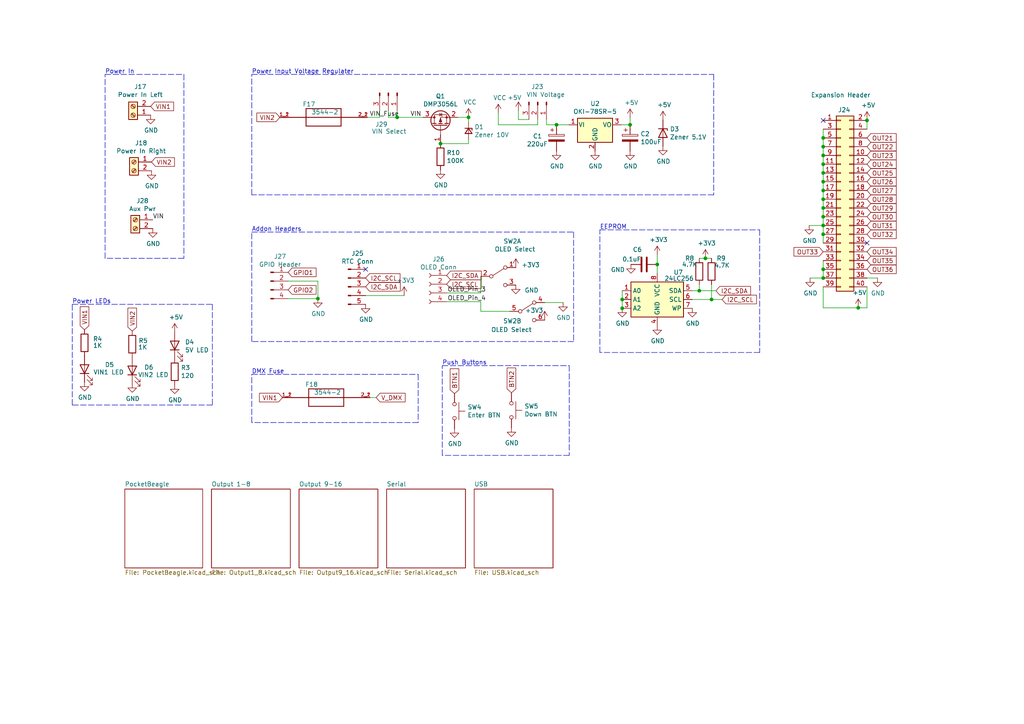
<source format=kicad_sch>
(kicad_sch (version 20211123) (generator eeschema)
  (paper "A4")
  (title_block (title "PB 16") (date "2020-08-11") (rev "v2") (company "Scott Hanson"))
  (lib_symbols
    (symbol "Connector:Conn_01x03_Male" (pin_names (offset 1.016) hide)
      (property "Reference" "J" (at 0 5.08 0))
      (property "Value" "Conn_01x03_Male" (at 0 -5.08 0))
      (symbol "Conn_01x03_Male_1_1"
        (polyline (pts (xy 1.27 -2.54) (xy 0.8636 -2.54)) (stroke (width 0.1524)))
        (polyline (pts (xy 1.27 0) (xy 0.8636 0)) (stroke (width 0.1524)))
        (polyline (pts (xy 1.27 2.54) (xy 0.8636 2.54)) (stroke (width 0.1524)))
        (rectangle (start 0.8636 -2.413) (end 0 -2.667) (stroke (width 0.1524)) (fill (type outline)))
        (rectangle (start 0.8636 0.127) (end 0 -0.127) (stroke (width 0.1524)) (fill (type outline)))
        (rectangle (start 0.8636 2.667) (end 0 2.413) (stroke (width 0.1524)) (fill (type outline)))
        (pin passive line (at 5.08 2.54 180) (length 3.81) (name "Pin_1") (number "1"))
        (pin passive line (at 5.08 0 180) (length 3.81) (name "Pin_2") (number "2"))
        (pin passive line (at 5.08 -2.54 180) (length 3.81) (name "Pin_3") (number "3"))
      )
    )
    (symbol "Connector:Conn_01x04_Female" (pin_names (offset 1.016) hide)
      (property "Reference" "J" (at 0 5.08 0))
      (property "Value" "Conn_01x04_Female" (at 0 -7.62 0))
      (symbol "Conn_01x04_Female_1_1"
        (arc (start 0 -4.572) (mid -0.508 -5.08) (end 0 -5.588) (stroke (width 0.1524)))
        (arc (start 0 -2.032) (mid -0.508 -2.54) (end 0 -3.048) (stroke (width 0.1524)))
        (polyline (pts (xy -1.27 -5.08) (xy -0.508 -5.08)) (stroke (width 0.1524)))
        (polyline (pts (xy -1.27 -2.54) (xy -0.508 -2.54)) (stroke (width 0.1524)))
        (polyline (pts (xy -1.27 0) (xy -0.508 0)) (stroke (width 0.1524)))
        (polyline (pts (xy -1.27 2.54) (xy -0.508 2.54)) (stroke (width 0.1524)))
        (arc (start 0 0.508) (mid -0.508 0) (end 0 -0.508) (stroke (width 0.1524)))
        (arc (start 0 3.048) (mid -0.508 2.54) (end 0 2.032) (stroke (width 0.1524)))
        (pin passive line (at -5.08 2.54 0) (length 3.81) (name "Pin_1") (number "1"))
        (pin passive line (at -5.08 0 0) (length 3.81) (name "Pin_2") (number "2"))
        (pin passive line (at -5.08 -2.54 0) (length 3.81) (name "Pin_3") (number "3"))
        (pin passive line (at -5.08 -5.08 0) (length 3.81) (name "Pin_4") (number "4"))
      )
    )
    (symbol "Connector:Conn_01x04_Male" (pin_names (offset 1.016) hide)
      (property "Reference" "J" (at 0 5.08 0))
      (property "Value" "Conn_01x04_Male" (at 0 -7.62 0))
      (symbol "Conn_01x04_Male_1_1"
        (polyline (pts (xy 1.27 -5.08) (xy 0.8636 -5.08)) (stroke (width 0.1524)))
        (polyline (pts (xy 1.27 -2.54) (xy 0.8636 -2.54)) (stroke (width 0.1524)))
        (polyline (pts (xy 1.27 0) (xy 0.8636 0)) (stroke (width 0.1524)))
        (polyline (pts (xy 1.27 2.54) (xy 0.8636 2.54)) (stroke (width 0.1524)))
        (rectangle (start 0.8636 -4.953) (end 0 -5.207) (stroke (width 0.1524)) (fill (type outline)))
        (rectangle (start 0.8636 -2.413) (end 0 -2.667) (stroke (width 0.1524)) (fill (type outline)))
        (rectangle (start 0.8636 0.127) (end 0 -0.127) (stroke (width 0.1524)) (fill (type outline)))
        (rectangle (start 0.8636 2.667) (end 0 2.413) (stroke (width 0.1524)) (fill (type outline)))
        (pin passive line (at 5.08 2.54 180) (length 3.81) (name "Pin_1") (number "1"))
        (pin passive line (at 5.08 0 180) (length 3.81) (name "Pin_2") (number "2"))
        (pin passive line (at 5.08 -2.54 180) (length 3.81) (name "Pin_3") (number "3"))
        (pin passive line (at 5.08 -5.08 180) (length 3.81) (name "Pin_4") (number "4"))
      )
    )
    (symbol "Connector:Conn_01x05_Male" (pin_names (offset 1.016) hide)
      (property "Reference" "J" (at 0 7.62 0))
      (property "Value" "Conn_01x05_Male" (at 0 -7.62 0))
      (symbol "Conn_01x05_Male_1_1"
        (polyline (pts (xy 1.27 -5.08) (xy 0.8636 -5.08)) (stroke (width 0.1524)))
        (polyline (pts (xy 1.27 -2.54) (xy 0.8636 -2.54)) (stroke (width 0.1524)))
        (polyline (pts (xy 1.27 0) (xy 0.8636 0)) (stroke (width 0.1524)))
        (polyline (pts (xy 1.27 2.54) (xy 0.8636 2.54)) (stroke (width 0.1524)))
        (polyline (pts (xy 1.27 5.08) (xy 0.8636 5.08)) (stroke (width 0.1524)))
        (rectangle (start 0.8636 -4.953) (end 0 -5.207) (stroke (width 0.1524)) (fill (type outline)))
        (rectangle (start 0.8636 -2.413) (end 0 -2.667) (stroke (width 0.1524)) (fill (type outline)))
        (rectangle (start 0.8636 0.127) (end 0 -0.127) (stroke (width 0.1524)) (fill (type outline)))
        (rectangle (start 0.8636 2.667) (end 0 2.413) (stroke (width 0.1524)) (fill (type outline)))
        (rectangle (start 0.8636 5.207) (end 0 4.953) (stroke (width 0.1524)) (fill (type outline)))
        (pin passive line (at 5.08 5.08 180) (length 3.81) (name "Pin_1") (number "1"))
        (pin passive line (at 5.08 2.54 180) (length 3.81) (name "Pin_2") (number "2"))
        (pin passive line (at 5.08 0 180) (length 3.81) (name "Pin_3") (number "3"))
        (pin passive line (at 5.08 -2.54 180) (length 3.81) (name "Pin_4") (number "4"))
        (pin passive line (at 5.08 -5.08 180) (length 3.81) (name "Pin_5") (number "5"))
      )
    )
    (symbol "Connector:Screw_Terminal_01x02" (pin_names (offset 1.016) hide)
      (property "Reference" "J" (at 0 2.54 0))
      (property "Value" "Screw_Terminal_01x02" (at 0 -5.08 0))
      (symbol "Screw_Terminal_01x02_1_1"
        (rectangle (start -1.27 1.27) (end 1.27 -3.81) (stroke (width 0.254)) (fill (type background)))
        (circle (center 0 -2.54) (radius 0.635) (stroke (width 0.1524)))
        (polyline (pts (xy -0.5334 -2.2098) (xy 0.3302 -3.048)) (stroke (width 0.1524)))
        (polyline (pts (xy -0.5334 0.3302) (xy 0.3302 -0.508)) (stroke (width 0.1524)))
        (polyline (pts (xy -0.3556 -2.032) (xy 0.508 -2.8702)) (stroke (width 0.1524)))
        (polyline (pts (xy -0.3556 0.508) (xy 0.508 -0.3302)) (stroke (width 0.1524)))
        (circle (center 0 0) (radius 0.635) (stroke (width 0.1524)))
        (pin passive line (at -5.08 0 0) (length 3.81) (name "Pin_1") (number "1"))
        (pin passive line (at -5.08 -2.54 0) (length 3.81) (name "Pin_2") (number "2"))
      )
    )
    (symbol "Connector_Generic:Conn_02x20_Odd_Even" (pin_names (offset 1.016) hide)
      (property "Reference" "J" (at 1.27 25.4 0))
      (property "Value" "Conn_02x20_Odd_Even" (at 1.27 -27.94 0))
      (symbol "Conn_02x20_Odd_Even_1_1"
        (rectangle (start -1.27 -25.273) (end 0 -25.527) (stroke (width 0.1524)))
        (rectangle (start -1.27 -22.733) (end 0 -22.987) (stroke (width 0.1524)))
        (rectangle (start -1.27 -20.193) (end 0 -20.447) (stroke (width 0.1524)))
        (rectangle (start -1.27 -17.653) (end 0 -17.907) (stroke (width 0.1524)))
        (rectangle (start -1.27 -15.113) (end 0 -15.367) (stroke (width 0.1524)))
        (rectangle (start -1.27 -12.573) (end 0 -12.827) (stroke (width 0.1524)))
        (rectangle (start -1.27 -10.033) (end 0 -10.287) (stroke (width 0.1524)))
        (rectangle (start -1.27 -7.493) (end 0 -7.747) (stroke (width 0.1524)))
        (rectangle (start -1.27 -4.953) (end 0 -5.207) (stroke (width 0.1524)))
        (rectangle (start -1.27 -2.413) (end 0 -2.667) (stroke (width 0.1524)))
        (rectangle (start -1.27 0.127) (end 0 -0.127) (stroke (width 0.1524)))
        (rectangle (start -1.27 2.667) (end 0 2.413) (stroke (width 0.1524)))
        (rectangle (start -1.27 5.207) (end 0 4.953) (stroke (width 0.1524)))
        (rectangle (start -1.27 7.747) (end 0 7.493) (stroke (width 0.1524)))
        (rectangle (start -1.27 10.287) (end 0 10.033) (stroke (width 0.1524)))
        (rectangle (start -1.27 12.827) (end 0 12.573) (stroke (width 0.1524)))
        (rectangle (start -1.27 15.367) (end 0 15.113) (stroke (width 0.1524)))
        (rectangle (start -1.27 17.907) (end 0 17.653) (stroke (width 0.1524)))
        (rectangle (start -1.27 20.447) (end 0 20.193) (stroke (width 0.1524)))
        (rectangle (start -1.27 22.987) (end 0 22.733) (stroke (width 0.1524)))
        (rectangle (start -1.27 24.13) (end 3.81 -26.67) (stroke (width 0.254)) (fill (type background)))
        (rectangle (start 3.81 -25.273) (end 2.54 -25.527) (stroke (width 0.1524)))
        (rectangle (start 3.81 -22.733) (end 2.54 -22.987) (stroke (width 0.1524)))
        (rectangle (start 3.81 -20.193) (end 2.54 -20.447) (stroke (width 0.1524)))
        (rectangle (start 3.81 -17.653) (end 2.54 -17.907) (stroke (width 0.1524)))
        (rectangle (start 3.81 -15.113) (end 2.54 -15.367) (stroke (width 0.1524)))
        (rectangle (start 3.81 -12.573) (end 2.54 -12.827) (stroke (width 0.1524)))
        (rectangle (start 3.81 -10.033) (end 2.54 -10.287) (stroke (width 0.1524)))
        (rectangle (start 3.81 -7.493) (end 2.54 -7.747) (stroke (width 0.1524)))
        (rectangle (start 3.81 -4.953) (end 2.54 -5.207) (stroke (width 0.1524)))
        (rectangle (start 3.81 -2.413) (end 2.54 -2.667) (stroke (width 0.1524)))
        (rectangle (start 3.81 0.127) (end 2.54 -0.127) (stroke (width 0.1524)))
        (rectangle (start 3.81 2.667) (end 2.54 2.413) (stroke (width 0.1524)))
        (rectangle (start 3.81 5.207) (end 2.54 4.953) (stroke (width 0.1524)))
        (rectangle (start 3.81 7.747) (end 2.54 7.493) (stroke (width 0.1524)))
        (rectangle (start 3.81 10.287) (end 2.54 10.033) (stroke (width 0.1524)))
        (rectangle (start 3.81 12.827) (end 2.54 12.573) (stroke (width 0.1524)))
        (rectangle (start 3.81 15.367) (end 2.54 15.113) (stroke (width 0.1524)))
        (rectangle (start 3.81 17.907) (end 2.54 17.653) (stroke (width 0.1524)))
        (rectangle (start 3.81 20.447) (end 2.54 20.193) (stroke (width 0.1524)))
        (rectangle (start 3.81 22.987) (end 2.54 22.733) (stroke (width 0.1524)))
        (pin passive line (at -5.08 22.86 0) (length 3.81) (name "Pin_1") (number "1"))
        (pin passive line (at 7.62 12.7 180) (length 3.81) (name "Pin_10") (number "10"))
        (pin passive line (at -5.08 10.16 0) (length 3.81) (name "Pin_11") (number "11"))
        (pin passive line (at 7.62 10.16 180) (length 3.81) (name "Pin_12") (number "12"))
        (pin passive line (at -5.08 7.62 0) (length 3.81) (name "Pin_13") (number "13"))
        (pin passive line (at 7.62 7.62 180) (length 3.81) (name "Pin_14") (number "14"))
        (pin passive line (at -5.08 5.08 0) (length 3.81) (name "Pin_15") (number "15"))
        (pin passive line (at 7.62 5.08 180) (length 3.81) (name "Pin_16") (number "16"))
        (pin passive line (at -5.08 2.54 0) (length 3.81) (name "Pin_17") (number "17"))
        (pin passive line (at 7.62 2.54 180) (length 3.81) (name "Pin_18") (number "18"))
        (pin passive line (at -5.08 0 0) (length 3.81) (name "Pin_19") (number "19"))
        (pin passive line (at 7.62 22.86 180) (length 3.81) (name "Pin_2") (number "2"))
        (pin passive line (at 7.62 0 180) (length 3.81) (name "Pin_20") (number "20"))
        (pin passive line (at -5.08 -2.54 0) (length 3.81) (name "Pin_21") (number "21"))
        (pin passive line (at 7.62 -2.54 180) (length 3.81) (name "Pin_22") (number "22"))
        (pin passive line (at -5.08 -5.08 0) (length 3.81) (name "Pin_23") (number "23"))
        (pin passive line (at 7.62 -5.08 180) (length 3.81) (name "Pin_24") (number "24"))
        (pin passive line (at -5.08 -7.62 0) (length 3.81) (name "Pin_25") (number "25"))
        (pin passive line (at 7.62 -7.62 180) (length 3.81) (name "Pin_26") (number "26"))
        (pin passive line (at -5.08 -10.16 0) (length 3.81) (name "Pin_27") (number "27"))
        (pin passive line (at 7.62 -10.16 180) (length 3.81) (name "Pin_28") (number "28"))
        (pin passive line (at -5.08 -12.7 0) (length 3.81) (name "Pin_29") (number "29"))
        (pin passive line (at -5.08 20.32 0) (length 3.81) (name "Pin_3") (number "3"))
        (pin passive line (at 7.62 -12.7 180) (length 3.81) (name "Pin_30") (number "30"))
        (pin passive line (at -5.08 -15.24 0) (length 3.81) (name "Pin_31") (number "31"))
        (pin passive line (at 7.62 -15.24 180) (length 3.81) (name "Pin_32") (number "32"))
        (pin passive line (at -5.08 -17.78 0) (length 3.81) (name "Pin_33") (number "33"))
        (pin passive line (at 7.62 -17.78 180) (length 3.81) (name "Pin_34") (number "34"))
        (pin passive line (at -5.08 -20.32 0) (length 3.81) (name "Pin_35") (number "35"))
        (pin passive line (at 7.62 -20.32 180) (length 3.81) (name "Pin_36") (number "36"))
        (pin passive line (at -5.08 -22.86 0) (length 3.81) (name "Pin_37") (number "37"))
        (pin passive line (at 7.62 -22.86 180) (length 3.81) (name "Pin_38") (number "38"))
        (pin passive line (at -5.08 -25.4 0) (length 3.81) (name "Pin_39") (number "39"))
        (pin passive line (at 7.62 20.32 180) (length 3.81) (name "Pin_4") (number "4"))
        (pin passive line (at 7.62 -25.4 180) (length 3.81) (name "Pin_40") (number "40"))
        (pin passive line (at -5.08 17.78 0) (length 3.81) (name "Pin_5") (number "5"))
        (pin passive line (at 7.62 17.78 180) (length 3.81) (name "Pin_6") (number "6"))
        (pin passive line (at -5.08 15.24 0) (length 3.81) (name "Pin_7") (number "7"))
        (pin passive line (at 7.62 15.24 180) (length 3.81) (name "Pin_8") (number "8"))
        (pin passive line (at -5.08 12.7 0) (length 3.81) (name "Pin_9") (number "9"))
      )
    )
    (symbol "Device:C" (pin_numbers hide) (pin_names (offset 0.254))
      (property "Reference" "C" (at 0.635 2.54 0))
      (property "Value" "C" (at 0.635 -2.54 0))
      (symbol "C_0_1"
        (polyline (pts (xy -2.032 -0.762) (xy 2.032 -0.762)) (stroke (width 0.508)))
        (polyline (pts (xy -2.032 0.762) (xy 2.032 0.762)) (stroke (width 0.508)))
      )
      (symbol "C_1_1"
        (pin passive line (at 0 3.81 270) (length 2.794) (name "~") (number "1"))
        (pin passive line (at 0 -3.81 90) (length 2.794) (name "~") (number "2"))
      )
    )
    (symbol "Device:D_Zener" (pin_numbers hide) (pin_names (offset 1.016) hide)
      (property "Reference" "D" (at 0 2.54 0))
      (property "Value" "D_Zener" (at 0 -2.54 0))
      (symbol "D_Zener_0_1"
        (polyline (pts (xy 1.27 0) (xy -1.27 0)))
        (polyline (pts (xy -1.27 -1.27) (xy -1.27 1.27) (xy -0.762 1.27)) (stroke (width 0.254)))
        (polyline (pts (xy 1.27 -1.27) (xy 1.27 1.27) (xy -1.27 0) (xy 1.27 -1.27)) (stroke (width 0.254)))
      )
      (symbol "D_Zener_1_1"
        (pin passive line (at -3.81 0 0) (length 2.54) (name "K") (number "1"))
        (pin passive line (at 3.81 0 180) (length 2.54) (name "A") (number "2"))
      )
    )
    (symbol "Device:D_Zener_Small" (pin_numbers hide) (pin_names (offset 0.254) hide)
      (property "Reference" "D" (at 0 2.286 0))
      (property "Value" "D_Zener_Small" (at 0 -2.286 0))
      (symbol "D_Zener_Small_0_1"
        (polyline (pts (xy 0.762 0) (xy -0.762 0)))
        (polyline (pts (xy -0.254 1.016) (xy -0.762 1.016) (xy -0.762 -1.016)) (stroke (width 0.254)))
        (polyline (pts (xy 0.762 1.016) (xy -0.762 0) (xy 0.762 -1.016) (xy 0.762 1.016)) (stroke (width 0.254)))
      )
      (symbol "D_Zener_Small_1_1"
        (pin passive line (at -2.54 0 0) (length 1.778) (name "K") (number "1"))
        (pin passive line (at 2.54 0 180) (length 1.778) (name "A") (number "2"))
      )
    )
    (symbol "Device:LED" (pin_numbers hide) (pin_names (offset 1.016) hide)
      (property "Reference" "D" (at 0 2.54 0))
      (property "Value" "LED" (at 0 -2.54 0))
      (symbol "LED_0_1"
        (polyline (pts (xy -1.27 -1.27) (xy -1.27 1.27)) (stroke (width 0.254)))
        (polyline (pts (xy -1.27 0) (xy 1.27 0)))
        (polyline (pts (xy 1.27 -1.27) (xy 1.27 1.27) (xy -1.27 0) (xy 1.27 -1.27)) (stroke (width 0.254)))
        (polyline (pts (xy -3.048 -0.762) (xy -4.572 -2.286) (xy -3.81 -2.286) (xy -4.572 -2.286) (xy -4.572 -1.524)))
        (polyline (pts (xy -1.778 -0.762) (xy -3.302 -2.286) (xy -2.54 -2.286) (xy -3.302 -2.286) (xy -3.302 -1.524)))
      )
      (symbol "LED_1_1"
        (pin passive line (at -3.81 0 0) (length 2.54) (name "K") (number "1"))
        (pin passive line (at 3.81 0 180) (length 2.54) (name "A") (number "2"))
      )
    )
    (symbol "Device:Q_PMOS_GSD" (pin_names (offset 0) hide)
      (property "Reference" "Q" (at 5.08 1.27 0))
      (property "Value" "Q_PMOS_GSD" (at 5.08 -1.27 0))
      (symbol "Q_PMOS_GSD_0_1"
        (polyline (pts (xy 0.254 0) (xy -2.54 0)))
        (polyline (pts (xy 0.254 1.905) (xy 0.254 -1.905)) (stroke (width 0.254)))
        (polyline (pts (xy 0.762 -1.27) (xy 0.762 -2.286)) (stroke (width 0.254)))
        (polyline (pts (xy 0.762 0.508) (xy 0.762 -0.508)) (stroke (width 0.254)))
        (polyline (pts (xy 0.762 2.286) (xy 0.762 1.27)) (stroke (width 0.254)))
        (polyline (pts (xy 2.54 2.54) (xy 2.54 1.778)))
        (polyline (pts (xy 2.54 -2.54) (xy 2.54 0) (xy 0.762 0)))
        (polyline (pts (xy 0.762 1.778) (xy 3.302 1.778) (xy 3.302 -1.778) (xy 0.762 -1.778)))
        (polyline (pts (xy 2.286 0) (xy 1.27 0.381) (xy 1.27 -0.381) (xy 2.286 0)) (fill (type outline)))
        (polyline (pts (xy 2.794 -0.508) (xy 2.921 -0.381) (xy 3.683 -0.381) (xy 3.81 -0.254)))
        (polyline (pts (xy 3.302 -0.381) (xy 2.921 0.254) (xy 3.683 0.254) (xy 3.302 -0.381)))
        (circle (center 1.651 0) (radius 2.794) (stroke (width 0.254)))
        (circle (center 2.54 -1.778) (radius 0.254) (fill (type outline)))
        (circle (center 2.54 1.778) (radius 0.254) (fill (type outline)))
      )
      (symbol "Q_PMOS_GSD_1_1"
        (pin input line (at -5.08 0 0) (length 2.54) (name "G") (number "1"))
        (pin passive line (at 2.54 -5.08 90) (length 2.54) (name "S") (number "2"))
        (pin passive line (at 2.54 5.08 270) (length 2.54) (name "D") (number "3"))
      )
    )
    (symbol "Device:R" (pin_numbers hide) (pin_names (offset 0))
      (property "Reference" "R" (at 2.032 0 90))
      (property "Value" "R" (at 0 0 90))
      (symbol "R_0_1"
        (rectangle (start -1.016 -2.54) (end 1.016 2.54) (stroke (width 0.254)))
      )
      (symbol "R_1_1"
        (pin passive line (at 0 3.81 270) (length 1.27) (name "~") (number "1"))
        (pin passive line (at 0 -3.81 90) (length 1.27) (name "~") (number "2"))
      )
    )
    (symbol "Memory_EEPROM:24LC256"
      (property "Reference" "U" (at -6.35 6.35 0))
      (property "Value" "24LC256" (at 1.27 6.35 0))
      (symbol "24LC256_1_1"
        (rectangle (start -7.62 5.08) (end 7.62 -5.08) (stroke (width 0.254)) (fill (type background)))
        (pin input line (at -10.16 2.54 0) (length 2.54) (name "A0") (number "1"))
        (pin input line (at -10.16 0 0) (length 2.54) (name "A1") (number "2"))
        (pin input line (at -10.16 -2.54 0) (length 2.54) (name "A2") (number "3"))
        (pin power_in line (at 0 -7.62 90) (length 2.54) (name "GND") (number "4"))
        (pin bidirectional line (at 10.16 2.54 180) (length 2.54) (name "SDA") (number "5"))
        (pin input line (at 10.16 0 180) (length 2.54) (name "SCL") (number "6"))
        (pin input line (at 10.16 -2.54 180) (length 2.54) (name "WP") (number "7"))
        (pin power_in line (at 0 7.62 270) (length 2.54) (name "VCC") (number "8"))
      )
    )
    (symbol "PB_16-rescue:3544-2-Keystone_Fuse" (pin_names (offset 1.016) hide)
      (property "Reference" "F" (at -5.08 3.302 0))
      (property "Value" "3544-2-Keystone_Fuse" (at -5.08 -5.08 0))
      (symbol "3544-2-Keystone_Fuse_0_0"
        (polyline (pts (xy -12.7 0) (xy 12.7 0)) (stroke (width 0.254)))
        (polyline (pts (xy -5.08 -2.54) (xy -5.08 2.54)) (stroke (width 0.254)))
        (polyline (pts (xy -5.08 2.54) (xy 5.08 2.54)) (stroke (width 0.254)))
        (polyline (pts (xy 5.08 -2.54) (xy -5.08 -2.54)) (stroke (width 0.254)))
        (polyline (pts (xy 5.08 2.54) (xy 5.08 -2.54)) (stroke (width 0.254)))
        (pin passive line (at -12.7 0 0) (length 2.54) (name "1") (number "1_1"))
        (pin passive line (at -12.7 0 0) (length 2.54) (name "1") (number "1_2"))
        (pin passive line (at 12.7 0 180) (length 2.54) (name "2") (number "2_1"))
        (pin passive line (at 12.7 0 180) (length 2.54) (name "2") (number "2_2"))
      )
    )
    (symbol "PB_16-rescue:CP-Device" (pin_numbers hide) (pin_names (offset 0.254))
      (property "Reference" "C" (at 0.635 2.54 0))
      (property "Value" "CP-Device" (at 0.635 -2.54 0))
      (symbol "CP-Device_0_1"
        (rectangle (start -2.286 0.508) (end 2.286 1.016))
        (polyline (pts (xy -1.778 2.286) (xy -0.762 2.286)))
        (polyline (pts (xy -1.27 2.794) (xy -1.27 1.778)))
        (rectangle (start 2.286 -0.508) (end -2.286 -1.016) (fill (type outline)))
      )
      (symbol "CP-Device_1_1"
        (pin passive line (at 0 3.81 270) (length 2.794) (name "~") (number "1"))
        (pin passive line (at 0 -3.81 90) (length 2.794) (name "~") (number "2"))
      )
    )
    (symbol "Regulator_Linear:LM7805_TO220" (pin_names (offset 0.254))
      (property "Reference" "U" (at -3.81 3.175 0))
      (property "Value" "LM7805_TO220" (at 0 3.175 0))
      (symbol "LM7805_TO220_0_1"
        (rectangle (start -5.08 1.905) (end 5.08 -5.08) (stroke (width 0.254)) (fill (type background)))
      )
      (symbol "LM7805_TO220_1_1"
        (pin power_in line (at -7.62 0 0) (length 2.54) (name "VI") (number "1"))
        (pin power_in line (at 0 -7.62 90) (length 2.54) (name "GND") (number "2"))
        (pin power_out line (at 7.62 0 180) (length 2.54) (name "VO") (number "3"))
      )
    )
    (symbol "Switch:SW_DPDT_x2" (pin_names (offset 0) hide)
      (property "Reference" "SW" (at 0 4.318 0))
      (property "Value" "SW_DPDT_x2" (at 0 -5.08 0))
      (symbol "SW_DPDT_x2_0_0"
        (circle (center -2.032 0) (radius 0.508))
        (circle (center 2.032 -2.54) (radius 0.508))
      )
      (symbol "SW_DPDT_x2_0_1"
        (polyline (pts (xy -1.524 0.254) (xy 1.651 2.286)))
        (circle (center 2.032 2.54) (radius 0.508))
      )
      (symbol "SW_DPDT_x2_1_1"
        (pin passive line (at 5.08 2.54 180) (length 2.54) (name "A") (number "1"))
        (pin passive line (at -5.08 0 0) (length 2.54) (name "B") (number "2"))
        (pin passive line (at 5.08 -2.54 180) (length 2.54) (name "C") (number "3"))
      )
      (symbol "SW_DPDT_x2_2_1"
        (pin passive line (at 5.08 2.54 180) (length 2.54) (name "A") (number "4"))
        (pin passive line (at -5.08 0 0) (length 2.54) (name "B") (number "5"))
        (pin passive line (at 5.08 -2.54 180) (length 2.54) (name "C") (number "6"))
      )
    )
    (symbol "Switch:SW_Push" (pin_numbers hide) (pin_names (offset 1.016) hide)
      (property "Reference" "SW" (at 1.27 2.54 0))
      (property "Value" "SW_Push" (at 0 -1.524 0))
      (symbol "SW_Push_0_1"
        (circle (center -2.032 0) (radius 0.508))
        (polyline (pts (xy 0 1.27) (xy 0 3.048)))
        (polyline (pts (xy 2.54 1.27) (xy -2.54 1.27)))
        (circle (center 2.032 0) (radius 0.508))
        (pin passive line (at -5.08 0 0) (length 2.54) (name "1") (number "1"))
        (pin passive line (at 5.08 0 180) (length 2.54) (name "2") (number "2"))
      )
    )
    (symbol "power:+3.3V" (power) (pin_names (offset 0))
      (property "Value" "+3.3V" (at 0 3.556 0))
      (symbol "+3.3V_0_1"
        (polyline (pts (xy -0.762 1.27) (xy 0 2.54)))
        (polyline (pts (xy 0 0) (xy 0 2.54)))
        (polyline (pts (xy 0 2.54) (xy 0.762 1.27)))
      )
      (symbol "+3.3V_1_1"
        (pin power_in line (at 0 0 90) (length 0) hide (name "+3V3") (number "1"))
      )
    )
    (symbol "power:+5V" (power) (pin_names (offset 0))
      (property "Value" "+5V" (at 0 3.556 0))
      (symbol "+5V_0_1"
        (polyline (pts (xy -0.762 1.27) (xy 0 2.54)))
        (polyline (pts (xy 0 0) (xy 0 2.54)))
        (polyline (pts (xy 0 2.54) (xy 0.762 1.27)))
      )
      (symbol "+5V_1_1"
        (pin power_in line (at 0 0 90) (length 0) hide (name "+5V") (number "1"))
      )
    )
    (symbol "power:GND" (power) (pin_names (offset 0))
      (property "Value" "GND" (at 0 -3.81 0))
      (symbol "GND_0_1"
        (polyline (pts (xy 0 0) (xy 0 -1.27) (xy 1.27 -1.27) (xy 0 -2.54) (xy -1.27 -1.27) (xy 0 -1.27)))
      )
      (symbol "GND_1_1"
        (pin power_in line (at 0 0 270) (length 0) hide (name "GND") (number "1"))
      )
    )
    (symbol "power:VCC" (power) (pin_names (offset 0))
      (property "Value" "VCC" (at 0 3.81 0))
      (symbol "VCC_0_1"
        (polyline (pts (xy -0.762 1.27) (xy 0 2.54)))
        (polyline (pts (xy 0 0) (xy 0 2.54)))
        (polyline (pts (xy 0 2.54) (xy 0.762 1.27)))
      )
      (symbol "VCC_1_1"
        (pin power_in line (at 0 0 90) (length 0) hide (name "VCC") (number "1"))
      )
    )
  )
  (junction (at 161.417 36.195))
  (junction (at 238.76 52.705))
  (junction (at 135.89 34.036))
  (junction (at 238.76 40.005))
  (junction (at 206.375 86.868))
  (junction (at 238.76 80.645))
  (junction (at 238.76 42.545))
  (junction (at 204.597 74.93))
  (junction (at 238.76 65.405))
  (junction (at 180.467 89.408))
  (junction (at 238.76 67.945))
  (junction (at 238.76 50.165))
  (junction (at 190.627 76.708))
  (junction (at 238.76 55.245))
  (junction (at 238.76 60.325))
  (junction (at 202.819 84.328))
  (junction (at 238.76 47.625))
  (junction (at 238.76 62.865))
  (junction (at 238.76 57.785))
  (junction (at 238.76 45.085))
  (junction (at 92.202 86.614))
  (junction (at 248.92 89.281))
  (junction (at 182.753 36.195))
  (junction (at 238.76 78.105))
  (junction (at 251.46 34.925))
  (junction (at 180.467 86.868))
  (junction (at 115.189 34.036))
  (junction (at 127.762 41.656))
  (no_connect (at 106.045 78.105))
  (no_connect (at 238.76 34.925))
  (no_connect (at 251.46 70.485))
  (wire (pts (xy 180.467 84.328) (xy 180.467 86.868)))
  (polyline (pts (xy 165.1 106.045) (xy 165.1 132.08)))
  (wire (pts (xy 139.446 87.503) (xy 139.446 90.297)))
  (wire (pts (xy 206.375 86.868) (xy 200.787 86.868)))
  (wire (pts (xy 147.828 90.297) (xy 139.446 90.297)))
  (wire (pts (xy 144.526 36.195) (xy 144.526 32.766)))
  (wire (pts (xy 150.368 34.671) (xy 153.416 34.671)))
  (wire (pts (xy 238.76 60.325) (xy 238.76 62.865)))
  (wire (pts (xy 206.375 82.55) (xy 206.375 86.868)))
  (wire (pts (xy 180.467 86.868) (xy 180.467 89.408)))
  (wire (pts (xy 251.46 83.185) (xy 251.46 89.281)))
  (wire (pts (xy 238.76 62.865) (xy 238.76 65.405)))
  (wire (pts (xy 238.76 45.085) (xy 238.76 47.625)))
  (polyline (pts (xy 30.48 21.59) (xy 53.34 21.59)))
  (wire (pts (xy 238.76 83.185) (xy 238.76 89.281)))
  (polyline (pts (xy 173.99 102.235) (xy 173.99 66.675)))
  (wire (pts (xy 209.423 86.868) (xy 206.375 86.868)))
  (wire (pts (xy 135.89 40.513) (xy 135.89 41.656)))
  (wire (pts (xy 129.54 84.963) (xy 139.446 84.963)))
  (wire (pts (xy 251.46 80.645) (xy 254.508 80.645)))
  (polyline (pts (xy 165.1 132.08) (xy 128.27 132.08)))
  (polyline (pts (xy 173.99 66.675) (xy 220.345 66.675)))
  (polyline (pts (xy 220.345 66.675) (xy 220.345 102.235)))
  (wire (pts (xy 155.956 34.671) (xy 155.956 36.195)))
  (polyline (pts (xy 73.025 99.06) (xy 73.025 67.31)))
  (wire (pts (xy 238.76 50.165) (xy 238.76 52.705)))
  (polyline (pts (xy 73.025 67.31) (xy 166.37 67.31)))
  (wire (pts (xy 238.76 52.705) (xy 238.76 55.245)))
  (wire (pts (xy 115.189 34.036) (xy 122.682 34.036)))
  (wire (pts (xy 182.753 36.195) (xy 182.753 34.163)))
  (wire (pts (xy 92.202 86.614) (xy 83.566 86.614)))
  (wire (pts (xy 83.566 81.534) (xy 92.202 81.534)))
  (wire (pts (xy 132.842 34.036) (xy 135.89 34.036)))
  (polyline (pts (xy 61.595 88.265) (xy 61.595 117.475)))
  (polyline (pts (xy 73.025 21.59) (xy 207.01 21.59)))
  (wire (pts (xy 202.819 82.55) (xy 202.819 84.328)))
  (wire (pts (xy 238.76 47.625) (xy 238.76 50.165)))
  (polyline (pts (xy 207.01 56.515) (xy 73.025 56.515)))
  (polyline (pts (xy 207.01 21.59) (xy 207.01 56.515)))
  (wire (pts (xy 190.627 73.914) (xy 190.627 76.708)))
  (wire (pts (xy 202.819 84.328) (xy 207.645 84.328)))
  (wire (pts (xy 238.76 75.565) (xy 238.76 78.105)))
  (wire (pts (xy 238.76 37.465) (xy 238.76 40.005)))
  (wire (pts (xy 135.89 41.656) (xy 127.762 41.656)))
  (polyline (pts (xy 73.025 108.585) (xy 121.285 108.585)))
  (polyline (pts (xy 61.595 117.475) (xy 20.955 117.475)))
  (wire (pts (xy 135.89 34.036) (xy 135.89 35.433)))
  (wire (pts (xy 139.446 80.137) (xy 139.446 84.963)))
  (wire (pts (xy 248.92 89.281) (xy 238.76 89.281)))
  (polyline (pts (xy 128.27 132.08) (xy 128.27 106.045)))
  (polyline (pts (xy 20.955 88.265) (xy 61.595 88.265)))
  (wire (pts (xy 238.76 65.405) (xy 234.696 65.405)))
  (polyline (pts (xy 166.37 99.06) (xy 73.025 99.06)))
  (wire (pts (xy 110.109 34.036) (xy 110.109 32.004)))
  (wire (pts (xy 238.76 40.005) (xy 238.76 42.545)))
  (wire (pts (xy 190.627 76.708) (xy 190.627 79.248)))
  (polyline (pts (xy 53.34 21.59) (xy 53.34 74.93)))
  (wire (pts (xy 251.46 89.281) (xy 248.92 89.281)))
  (polyline (pts (xy 20.955 117.475) (xy 20.955 88.265)))
  (wire (pts (xy 238.76 42.545) (xy 238.76 45.085)))
  (wire (pts (xy 150.368 32.131) (xy 150.368 34.671)))
  (wire (pts (xy 204.597 74.93) (xy 202.819 74.93)))
  (wire (pts (xy 158.496 34.671) (xy 158.496 36.195)))
  (wire (pts (xy 110.109 34.036) (xy 106.553 34.036)))
  (wire (pts (xy 206.375 74.93) (xy 204.597 74.93)))
  (wire (pts (xy 112.649 34.036) (xy 112.649 32.004)))
  (wire (pts (xy 238.76 57.785) (xy 238.76 60.325)))
  (polyline (pts (xy 73.025 122.555) (xy 73.025 108.585)))
  (wire (pts (xy 238.76 78.105) (xy 238.76 80.645)))
  (polyline (pts (xy 53.34 74.93) (xy 30.48 74.93)))
  (polyline (pts (xy 121.285 122.555) (xy 73.025 122.555)))
  (wire (pts (xy 115.189 32.004) (xy 115.189 34.036)))
  (wire (pts (xy 238.76 55.245) (xy 238.76 57.785)))
  (wire (pts (xy 161.417 36.195) (xy 164.973 36.195)))
  (wire (pts (xy 238.76 67.945) (xy 238.76 70.485)))
  (wire (pts (xy 129.54 87.503) (xy 139.446 87.503)))
  (polyline (pts (xy 220.345 102.235) (xy 173.99 102.235)))
  (wire (pts (xy 112.649 34.036) (xy 115.189 34.036)))
  (wire (pts (xy 163.322 87.757) (xy 157.988 87.757)))
  (wire (pts (xy 238.76 65.405) (xy 238.76 67.945)))
  (wire (pts (xy 107.315 115.316) (xy 109.093 115.316)))
  (wire (pts (xy 158.496 36.195) (xy 161.417 36.195)))
  (polyline (pts (xy 121.285 108.585) (xy 121.285 122.555)))
  (polyline (pts (xy 73.025 56.515) (xy 73.025 21.59)))
  (wire (pts (xy 238.76 80.645) (xy 234.95 80.645)))
  (wire (pts (xy 155.956 36.195) (xy 144.526 36.195)))
  (wire (pts (xy 180.213 36.195) (xy 182.753 36.195)))
  (polyline (pts (xy 166.37 67.31) (xy 166.37 99.06)))
  (wire (pts (xy 92.202 81.534) (xy 92.202 86.614)))
  (wire (pts (xy 106.045 85.725) (xy 117.221 85.725)))
  (wire (pts (xy 251.46 34.925) (xy 251.46 37.465)))
  (wire (pts (xy 200.787 84.328) (xy 202.819 84.328)))
  (polyline (pts (xy 30.48 74.93) (xy 30.48 21.59)))
  (polyline (pts (xy 128.27 106.045) (xy 165.1 106.045)))
  (text "DMX Fuse" (at 73.025 108.585 0) (effects (font (size 1.27 1.27)) (justify left bottom)))
  (text "EEPROM" (at 173.99 66.675 0) (effects (font (size 1.27 1.27)) (justify left bottom)))
  (text "Addon Headers" (at 73.025 67.31 0) (effects (font (size 1.27 1.27)) (justify left bottom)))
  (text "Push Buttons" (at 128.27 106.045 0) (effects (font (size 1.27 1.27)) (justify left bottom)))
  (text "Power In" (at 30.48 21.59 0) (effects (font (size 1.27 1.27)) (justify left bottom)))
  (text "Power Input Voltage Regulater" (at 73.025 21.59 0) (effects (font (size 1.27 1.27)) (justify left bottom)))
  (text "Power LEDs" (at 20.955 88.265 0) (effects (font (size 1.27 1.27)) (justify left bottom)))
  (label "OLED_Pin_3" (at 129.794 84.963 0))
  (label "OLED_Pin_4" (at 129.794 87.503 0))
  (label "VIN" (at 118.999 34.036 0))
  (label "VIN_Fuse" (at 107.188 34.036 0))
  (label "VIN" (at 44.323 63.754 0))
  (global_label "OUT36" (shape input) (at 251.46 78.105 0) (property "Intersheet References" "${INTERSHEET_REFS}" (effects hide)))
  (global_label "VIN1" (shape input) (at 24.511 95.631 90) (property "Intersheet References" "${INTERSHEET_REFS}" (effects hide)))
  (global_label "I2C_SCL" (shape input) (at 106.045 80.645 0) (property "Intersheet References" "${INTERSHEET_REFS}" (effects hide)))
  (global_label "OUT32" (shape input) (at 251.46 67.945 0) (property "Intersheet References" "${INTERSHEET_REFS}" (effects hide)))
  (global_label "VIN1" (shape input) (at 43.688 30.861 0) (property "Intersheet References" "${INTERSHEET_REFS}" (effects hide)))
  (global_label "OUT25" (shape input) (at 251.46 50.165 0) (property "Intersheet References" "${INTERSHEET_REFS}" (effects hide)))
  (global_label "OUT29" (shape input) (at 251.46 60.325 0) (property "Intersheet References" "${INTERSHEET_REFS}" (effects hide)))
  (global_label "OUT24" (shape input) (at 251.46 47.625 0) (property "Intersheet References" "${INTERSHEET_REFS}" (effects hide)))
  (global_label "OUT35" (shape input) (at 251.46 75.565 0) (property "Intersheet References" "${INTERSHEET_REFS}" (effects hide)))
  (global_label "OUT23" (shape input) (at 251.46 45.085 0) (property "Intersheet References" "${INTERSHEET_REFS}" (effects hide)))
  (global_label "VIN2" (shape input) (at 38.354 96.012 90) (property "Intersheet References" "${INTERSHEET_REFS}" (effects hide)))
  (global_label "OUT30" (shape input) (at 251.46 62.865 0) (property "Intersheet References" "${INTERSHEET_REFS}" (effects hide)))
  (global_label "VIN2" (shape input) (at 81.153 34.036 180) (property "Intersheet References" "${INTERSHEET_REFS}" (effects hide)))
  (global_label "GPIO2" (shape input) (at 83.566 84.074 0) (property "Intersheet References" "${INTERSHEET_REFS}" (effects hide)))
  (global_label "OUT21" (shape input) (at 251.46 40.005 0) (property "Intersheet References" "${INTERSHEET_REFS}" (effects hide)))
  (global_label "OUT33" (shape input) (at 238.76 73.025 180) (property "Intersheet References" "${INTERSHEET_REFS}" (effects hide)))
  (global_label "OUT28" (shape input) (at 251.46 57.785 0) (property "Intersheet References" "${INTERSHEET_REFS}" (effects hide)))
  (global_label "OUT22" (shape input) (at 251.46 42.545 0) (property "Intersheet References" "${INTERSHEET_REFS}" (effects hide)))
  (global_label "OUT34" (shape input) (at 251.46 73.025 0) (property "Intersheet References" "${INTERSHEET_REFS}" (effects hide)))
  (global_label "V_DMX" (shape input) (at 109.093 115.316 0) (property "Intersheet References" "${INTERSHEET_REFS}" (effects hide)))
  (global_label "I2C_SDA" (shape input) (at 207.645 84.328 0) (property "Intersheet References" "${INTERSHEET_REFS}" (effects hide)))
  (global_label "BTN2" (shape input) (at 148.336 113.919 90) (property "Intersheet References" "${INTERSHEET_REFS}" (effects hide)))
  (global_label "VIN1" (shape input) (at 81.915 115.316 180) (property "Intersheet References" "${INTERSHEET_REFS}" (effects hide)))
  (global_label "I2C_SCL" (shape input) (at 129.54 82.423 0) (property "Intersheet References" "${INTERSHEET_REFS}" (effects hide)))
  (global_label "I2C_SDA" (shape input) (at 106.045 83.185 0) (property "Intersheet References" "${INTERSHEET_REFS}" (effects hide)))
  (global_label "BTN1" (shape input) (at 131.826 114.173 90) (property "Intersheet References" "${INTERSHEET_REFS}" (effects hide)))
  (global_label "OUT27" (shape input) (at 251.46 55.245 0) (property "Intersheet References" "${INTERSHEET_REFS}" (effects hide)))
  (global_label "VIN2" (shape input) (at 43.942 46.99 0) (property "Intersheet References" "${INTERSHEET_REFS}" (effects hide)))
  (global_label "I2C_SCL" (shape input) (at 209.423 86.868 0) (property "Intersheet References" "${INTERSHEET_REFS}" (effects hide)))
  (global_label "OUT26" (shape input) (at 251.46 52.705 0) (property "Intersheet References" "${INTERSHEET_REFS}" (effects hide)))
  (global_label "GPIO1" (shape input) (at 83.566 78.994 0) (property "Intersheet References" "${INTERSHEET_REFS}" (effects hide)))
  (global_label "I2C_SDA" (shape input) (at 129.54 79.883 0) (property "Intersheet References" "${INTERSHEET_REFS}" (effects hide)))
  (global_label "OUT31" (shape input) (at 251.46 65.405 0) (property "Intersheet References" "${INTERSHEET_REFS}" (effects hide)))
  (symbol (lib_id "Regulator_Linear:LM7805_TO220") (at 172.593 36.195 0) (unit 1)
    (property "Reference" "U2" (at 172.593 30.0482 0))
    (property "Value" "OKI-78SR-5" (at 172.593 32.3596 0))
    (property "Footprint" "Converter_DCDC:Converter_DCDC_muRata_OKI-78SR_Horizontal" (effects hide))
    (property "Datasheet" "http://www.fairchildsemi.com/ds/LM/LM7805.pdf" (effects hide))
    (property "Digi-Key_PN" "811-2196-5-ND" (effects hide))
    (property "MPN" "OKI-78SR-5/1.5-W36-C" (effects hide))
  )
  (symbol (lib_id "PB_16-rescue:CP-Device") (at 182.753 40.005 0) (unit 1)
    (property "Reference" "C2" (at 185.7502 38.8366 0) (effects (justify left)))
    (property "Value" "100uF" (at 185.7502 41.148 0) (effects (justify left)))
    (property "Footprint" "Capacitor_SMD:CP_Elec_6.3x5.4_Nichicon" (effects hide))
    (property "Digi-Key_PN" "493-2105-1-ND" (effects hide))
    (property "MPN" "UWX1C101MCL1GB" (effects hide))
    (property "LCSC" "C134723" (effects hide))
  )
  (symbol (lib_id "PB_16-rescue:CP-Device") (at 161.417 40.005 0) (unit 1)
    (property "Reference" "C1" (at 154.559 39.497 0) (effects (justify left)))
    (property "Value" "220uF" (at 152.781 41.783 0) (effects (justify left)))
    (property "Footprint" "Capacitor_THT:CP_Radial_D10.0mm_P5.00mm" (effects hide))
    (property "Digi-Key_PN" "P5183-ND" (effects hide))
    (property "MPN" "ECA-1HM221" (effects hide))
  )
  (symbol (lib_id "power:GND") (at 43.688 33.401 0) (unit 1)
    (property "Reference" "#PWR0101" (effects hide))
    (property "Value" "GND" (at 43.815 37.7952 0))
  )
  (symbol (lib_id "power:GND") (at 172.593 43.815 0) (unit 1)
    (property "Reference" "#PWR0113" (effects hide))
    (property "Value" "GND" (at 172.72 48.2092 0))
  )
  (symbol (lib_id "power:GND") (at 182.753 43.815 0) (unit 1)
    (property "Reference" "#PWR0114" (effects hide))
    (property "Value" "GND" (at 182.88 48.2092 0))
  )
  (symbol (lib_id "power:GND") (at 161.417 43.815 0) (unit 1)
    (property "Reference" "#PWR0115" (effects hide))
    (property "Value" "GND" (at 161.544 48.2092 0))
  )
  (symbol (lib_id "power:+5V") (at 182.753 34.163 0) (unit 1)
    (property "Reference" "#PWR0116" (effects hide))
    (property "Value" "+5V" (at 183.134 29.7688 0))
  )
  (symbol (lib_id "PB_16-rescue:3544-2-Keystone_Fuse") (at 93.853 34.036 0) (unit 1)
    (property "Reference" "F17" (at 87.757 30.226 0) (effects (justify left)))
    (property "Value" "3544-2" (at 90.297 32.512 0) (effects (justify left)))
    (property "Footprint" "Keystone_Fuse:FUSE_3544-2" (effects hide))
    (property "Field4" "3544-2" (effects hide))
    (property "Field5" "None" (effects hide))
    (property "Field6" "Unavailable" (effects hide))
    (property "Field7" "Fuse Clip; 500 VAC; 30 A; PCB; For 0.110 in. x 0.032 in. mini blade fuses" (effects hide))
    (property "Field8" "Keystone Electronics" (effects hide))
    (property "Digi-Key_PN" "36-3544-2-ND" (effects hide))
    (property "MPN" "3544-2" (effects hide))
  )
  (symbol (lib_id "Device:D_Zener") (at 192.278 38.608 270) (unit 1)
    (property "Reference" "D3" (at 194.2846 37.4396 90) (effects (justify left)))
    (property "Value" "Zener 5.1V" (at 194.2846 39.751 90) (effects (justify left)))
    (property "Footprint" "Diode_SMD:D_SOD-123" (effects hide))
    (property "Digi-Key_PN" "MMSZ5231B-FDICT-ND" (effects hide))
    (property "MPN" "MMSZ5231B-7-F" (effects hide))
    (property "LCSC" "C173407" (effects hide))
  )
  (symbol (lib_id "power:+5V") (at 192.278 34.798 0) (unit 1)
    (property "Reference" "#PWR041" (effects hide))
    (property "Value" "+5V" (at 192.659 30.4038 0))
  )
  (symbol (lib_id "power:GND") (at 192.278 42.418 0) (unit 1)
    (property "Reference" "#PWR042" (effects hide))
    (property "Value" "GND" (at 192.405 46.8122 0))
  )
  (symbol (lib_id "Connector_Generic:Conn_02x20_Odd_Even") (at 243.84 57.785 0) (unit 1)
    (property "Reference" "J24" (at 244.856 31.877 0))
    (property "Value" "Expansion Header" (at 243.84 27.559 0))
    (property "Footprint" "Connector_IDC:IDC-Header_2x20_P2.54mm_Vertical" (effects hide))
    (property "Digi-Key_PN" "S9175-ND" (effects hide))
    (property "MPN" "SBH11-PBPC-D20-ST-BK" (effects hide))
  )
  (symbol (lib_id "power:GND") (at 234.95 80.645 0) (unit 1)
    (property "Reference" "#PWR044" (effects hide))
    (property "Value" "GND" (at 235.077 85.0392 0))
  )
  (symbol (lib_id "Connector:Conn_01x03_Male") (at 155.956 29.591 270) (unit 1)
    (property "Reference" "J23" (at 154.051 25.146 90) (effects (justify left)))
    (property "Value" "VIN Voltage" (at 152.654 27.432 90) (effects (justify left)))
    (property "Footprint" "Connector_PinHeader_2.54mm:PinHeader_1x03_P2.54mm_Vertical" (effects hide))
    (property "Digi-Key_PN" "732-5316-ND" (effects hide))
    (property "MPN" "61300311121" (effects hide))
  )
  (symbol (lib_id "power:+5V") (at 150.368 32.131 0) (unit 1)
    (property "Reference" "#PWR047" (effects hide))
    (property "Value" "+5V" (at 149.225 28.321 0))
  )
  (symbol (lib_id "power:GND") (at 254.508 80.645 0) (unit 1)
    (property "Reference" "#PWR0105" (effects hide))
    (property "Value" "GND" (at 254.635 85.0392 0))
  )
  (symbol (lib_id "power:+5V") (at 248.92 89.281 0) (unit 1)
    (property "Reference" "#PWR0106" (effects hide))
    (property "Value" "+5V" (at 249.301 84.8868 0))
  )
  (symbol (lib_id "power:+5V") (at 251.46 34.925 0) (unit 1)
    (property "Reference" "#PWR0107" (effects hide))
    (property "Value" "+5V" (at 251.841 30.5308 0))
  )
  (symbol (lib_id "power:GND") (at 43.942 49.53 0) (unit 1)
    (property "Reference" "#PWR02" (effects hide))
    (property "Value" "GND" (at 44.069 53.9242 0))
  )
  (symbol (lib_id "Connector:Conn_01x05_Male") (at 100.965 83.185 0) (unit 1)
    (property "Reference" "J25" (at 103.7082 73.5076 0))
    (property "Value" "RTC Conn" (at 103.7082 75.819 0))
    (property "Footprint" "Connector_PinHeader_2.54mm:PinHeader_1x05_P2.54mm_Vertical" (effects hide))
    (property "Digi-Key_PN" "732-5318-ND" (effects hide))
    (property "MPN" "61300511121" (effects hide))
  )
  (symbol (lib_id "power:GND") (at 106.045 88.265 0) (unit 1)
    (property "Reference" "#PWR039" (effects hide))
    (property "Value" "GND" (at 106.172 92.6592 0))
  )
  (symbol (lib_id "PB_16-rescue:3544-2-Keystone_Fuse") (at 94.615 115.316 0) (unit 1)
    (property "Reference" "F18" (at 88.519 111.506 0) (effects (justify left)))
    (property "Value" "3544-2" (at 91.059 113.792 0) (effects (justify left)))
    (property "Footprint" "Keystone_Fuse:FUSE_3544-2" (effects hide))
    (property "Field4" "3544-2" (effects hide))
    (property "Field5" "None" (effects hide))
    (property "Field6" "Unavailable" (effects hide))
    (property "Field7" "Fuse Clip; 500 VAC; 30 A; PCB; For 0.110 in. x 0.032 in. mini blade fuses" (effects hide))
    (property "Field8" "Keystone Electronics" (effects hide))
    (property "Digi-Key_PN" "36-3544-2-ND" (effects hide))
    (property "MPN" "3544-2" (effects hide))
  )
  (symbol (lib_id "Connector:Conn_01x04_Female") (at 124.46 82.423 0) (mirror y) (unit 1)
    (property "Reference" "J26" (at 127.2032 75.184 0))
    (property "Value" "OLED Conn" (at 127.2032 77.4954 0))
    (property "Footprint" "Connector_PinSocket_2.54mm:PinSocket_1x04_P2.54mm_Vertical" (effects hide))
    (property "Digi-Key_PN" "S7002-ND" (effects hide))
    (property "MPN" "PPTC041LFBN-RC" (effects hide))
  )
  (symbol (lib_id "power:GND") (at 163.322 87.757 0) (unit 1)
    (property "Reference" "#PWR051" (effects hide))
    (property "Value" "GND" (at 163.449 92.1512 0))
  )
  (symbol (lib_id "power:GND") (at 149.606 82.677 0) (unit 1)
    (property "Reference" "#PWR054" (effects hide))
    (property "Value" "GND" (at 154.178 84.201 0))
  )
  (symbol (lib_id "power:+3.3V") (at 157.988 92.837 0) (unit 1)
    (property "Reference" "#PWR053" (effects hide))
    (property "Value" "+3.3V" (at 154.94 90.043 0))
  )
  (symbol (lib_id "power:+3.3V") (at 117.221 85.725 0) (unit 1)
    (property "Reference" "#PWR0104" (effects hide))
    (property "Value" "+3.3V" (at 117.602 81.3308 0))
  )
  (symbol (lib_id "power:+3.3V") (at 149.606 77.597 0) (unit 1)
    (property "Reference" "#PWR0108" (effects hide))
    (property "Value" "+3.3V" (at 153.924 76.835 0))
  )
  (symbol (lib_id "Switch:SW_DPDT_x2") (at 144.526 80.137 0) (unit 1)
    (property "Reference" "SW2" (at 148.59 69.977 0))
    (property "Value" "OLED Select" (at 149.352 72.263 0))
    (property "Footprint" "Button_Switch_THT:SW_CuK_JS202011CQN_DPDT_Straight" (effects hide))
    (property "Digi-Key_PN" "CKN10723CT-ND" (effects hide))
    (property "MPN" "JS202011JCQN" (effects hide))
  )
  (symbol (lib_id "Switch:SW_DPDT_x2") (at 152.908 90.297 0) (unit 2)
    (property "Reference" "SW2" (at 148.59 93.091 0))
    (property "Value" "OLED Select" (at 148.336 95.631 0))
    (property "Footprint" "Button_Switch_THT:SW_CuK_JS202011CQN_DPDT_Straight" (effects hide))
    (property "Digi-Key_PN" "CKN10723CT-ND" (effects hide))
    (property "MPN" "JS202011JCQN" (effects hide))
  )
  (symbol (lib_id "power:GND") (at 234.696 65.405 0) (unit 1)
    (property "Reference" "#PWR0110" (effects hide))
    (property "Value" "GND" (at 234.823 69.7992 0))
  )
  (symbol (lib_id "Device:LED") (at 24.511 107.061 90) (unit 1)
    (property "Reference" "D5" (at 31.75 105.791 90))
    (property "Value" "VIN1 LED" (at 31.496 107.95 90))
    (property "Footprint" "LED_SMD:LED_0805_2012Metric_Pad1.15x1.40mm_HandSolder" (effects hide))
    (property "Digi-Key_PN" "160-1423-1-ND" (effects hide))
    (property "MPN" "LTST-C171GKT" (effects hide))
    (property "LCSC" "C2297" (effects hide))
  )
  (symbol (lib_id "Device:LED") (at 38.354 107.442 90) (unit 1)
    (property "Reference" "D6" (at 43.18 106.553 90))
    (property "Value" "VIN2 LED" (at 44.45 108.712 90))
    (property "Footprint" "LED_SMD:LED_0805_2012Metric_Pad1.15x1.40mm_HandSolder" (effects hide))
    (property "Digi-Key_PN" "160-1423-1-ND" (effects hide))
    (property "MPN" "LTST-C171GKT" (effects hide))
    (property "LCSC" "C2297" (effects hide))
  )
  (symbol (lib_id "Device:R") (at 24.511 99.441 180) (unit 1)
    (property "Reference" "R4" (at 28.321 98.298 0))
    (property "Value" "1K" (at 28.321 100.203 0))
    (property "Footprint" "Resistor_SMD:R_0805_2012Metric_Pad1.15x1.40mm_HandSolder" (effects hide))
    (property "Digi-Key_PN" "RNCP0805FTD1K00CT-ND" (effects hide))
    (property "MPN" "RNCP0805FTD1K00" (effects hide))
    (property "LCSC" "C17513" (effects hide))
  )
  (symbol (lib_id "Device:R") (at 38.354 99.822 180) (unit 1)
    (property "Reference" "R5" (at 41.529 98.806 0))
    (property "Value" "1K" (at 41.402 100.711 0))
    (property "Footprint" "Resistor_SMD:R_0805_2012Metric_Pad1.15x1.40mm_HandSolder" (effects hide))
    (property "Digi-Key_PN" "RNCP0805FTD1K00CT-ND" (effects hide))
    (property "MPN" "RNCP0805FTD1K00" (effects hide))
    (property "LCSC" "C17513" (effects hide))
  )
  (symbol (lib_id "power:GND") (at 24.511 110.871 0) (unit 1)
    (property "Reference" "#PWR0111" (effects hide))
    (property "Value" "GND" (at 24.638 115.2652 0))
  )
  (symbol (lib_id "power:GND") (at 38.354 111.252 0) (unit 1)
    (property "Reference" "#PWR0112" (effects hide))
    (property "Value" "GND" (at 38.481 115.6462 0))
  )
  (symbol (lib_id "Connector:Screw_Terminal_01x02") (at 39.243 63.754 0) (mirror y) (unit 1)
    (property "Reference" "J28" (at 41.3258 58.2422 0))
    (property "Value" "Aux Pwr" (at 41.3258 60.5536 0))
    (property "Footprint" "MKDS1_2-3.81:PHOENIX_MKDS1_2-3.81" (effects hide))
    (property "Digi-Key_PN" "277-1947-ND" (effects hide))
    (property "MPN" "1727010" (effects hide))
  )
  (symbol (lib_id "power:GND") (at 44.323 66.294 0) (unit 1)
    (property "Reference" "#PWR055" (effects hide))
    (property "Value" "GND" (at 44.45 70.6882 0))
  )
  (symbol (lib_id "Device:R") (at 50.673 107.823 180) (unit 1)
    (property "Reference" "R3" (at 52.451 106.6546 0) (effects (justify right)))
    (property "Value" "120" (at 52.451 108.966 0) (effects (justify right)))
    (property "Footprint" "Resistor_SMD:R_0805_2012Metric_Pad1.15x1.40mm_HandSolder" (effects hide))
    (property "Digi-Key_PN" "311-120ARCT-ND" (effects hide))
    (property "MPN" "RC0805JR-07120RL" (effects hide))
    (property "LCSC" "C17437" (effects hide))
  )
  (symbol (lib_id "Device:LED") (at 50.673 100.203 90) (unit 1)
    (property "Reference" "D4" (at 53.6448 99.2124 90) (effects (justify right)))
    (property "Value" "5V LED" (at 53.6448 101.5238 90) (effects (justify right)))
    (property "Footprint" "LED_SMD:LED_0805_2012Metric_Pad1.15x1.40mm_HandSolder" (effects hide))
    (property "Digi-Key_PN" "160-1423-1-ND" (effects hide))
    (property "MPN" "LTST-C171GKT" (effects hide))
    (property "LCSC" "C2297" (effects hide))
  )
  (symbol (lib_id "power:+5V") (at 50.673 96.393 0) (unit 1)
    (property "Reference" "#PWR040" (effects hide))
    (property "Value" "+5V" (at 51.054 91.9988 0))
  )
  (symbol (lib_id "power:GND") (at 50.673 111.633 0) (unit 1)
    (property "Reference" "#PWR052" (effects hide))
    (property "Value" "GND" (at 50.8 116.0272 0))
  )
  (symbol (lib_id "Connector:Conn_01x04_Male") (at 78.486 81.534 0) (unit 1)
    (property "Reference" "J27" (at 81.2292 74.3966 0))
    (property "Value" "GPIO Header" (at 81.2292 76.708 0))
    (property "Footprint" "Connector_JST:JST_XH_B4B-XH-A_1x04_P2.50mm_Vertical" (effects hide))
    (property "Digi-Key_PN" "455-2249-ND" (effects hide))
    (property "MPN" "B4B-XH-A(LF)(SN)" (effects hide))
  )
  (symbol (lib_id "power:GND") (at 92.202 86.614 0) (unit 1)
    (property "Reference" "#PWR0117" (effects hide))
    (property "Value" "GND" (at 92.329 91.0082 0))
  )
  (symbol (lib_id "Connector:Conn_01x03_Male") (at 112.649 26.924 270) (unit 1)
    (property "Reference" "J29" (at 108.839 36.068 90) (effects (justify left)))
    (property "Value" "VIN Select" (at 107.823 38.1 90) (effects (justify left)))
    (property "Footprint" "Connector_PinHeader_2.54mm:PinHeader_1x03_P2.54mm_Vertical" (effects hide))
    (property "Digi-Key_PN" "732-5316-ND" (effects hide))
    (property "MPN" "61300311121" (effects hide))
  )
  (symbol (lib_id "Memory_EEPROM:24LC256") (at 190.627 86.868 0) (unit 1)
    (property "Reference" "U7" (at 196.723 78.994 0))
    (property "Value" "24LC256" (at 196.977 80.772 0))
    (property "Footprint" "Package_SO:SOIC-8_3.9x4.9mm_P1.27mm" (effects hide))
    (property "Datasheet" "http://ww1.microchip.com/downloads/en/devicedoc/21203m.pdf" (effects hide))
    (property "Digi-Key_PN" "24LC256T-I/SNCT-ND" (effects hide))
    (property "MPN" "24LC256T-I/SN" (effects hide))
    (property "LCSC" "C6482" (effects hide))
  )
  (symbol (lib_id "power:GND") (at 180.467 89.408 0) (unit 1)
    (property "Reference" "#PWR01" (effects hide))
    (property "Value" "GND" (at 180.594 93.8022 0))
  )
  (symbol (lib_id "power:GND") (at 190.627 94.488 0) (unit 1)
    (property "Reference" "#PWR049" (effects hide))
    (property "Value" "GND" (at 190.754 98.8822 0))
  )
  (symbol (lib_id "power:GND") (at 200.787 89.408 0) (unit 1)
    (property "Reference" "#PWR056" (effects hide))
    (property "Value" "GND" (at 200.914 93.8022 0))
  )
  (symbol (lib_id "power:+3.3V") (at 190.627 73.914 0) (unit 1)
    (property "Reference" "#PWR043" (effects hide))
    (property "Value" "+3.3V" (at 191.008 69.5198 0))
  )
  (symbol (lib_id "Device:R") (at 202.819 78.74 180) (unit 1)
    (property "Reference" "R8" (at 200.025 74.93 0))
    (property "Value" "4.7K" (at 200.025 76.708 0))
    (property "Footprint" "Resistor_SMD:R_0805_2012Metric_Pad1.15x1.40mm_HandSolder" (effects hide))
    (property "Digi-Key_PN" "311-4.7KARCT-ND" (effects hide))
    (property "MPN" "RC0805JR-074K7L" (effects hide))
    (property "LCSC" "C17673" (effects hide))
  )
  (symbol (lib_id "Device:R") (at 206.375 78.74 180) (unit 1)
    (property "Reference" "R9" (at 209.169 74.93 0))
    (property "Value" "4.7K" (at 209.423 76.962 0))
    (property "Footprint" "Resistor_SMD:R_0805_2012Metric_Pad1.15x1.40mm_HandSolder" (effects hide))
    (property "Digi-Key_PN" "311-4.7KARCT-ND" (effects hide))
    (property "MPN" "RC0805JR-074K7L" (effects hide))
    (property "LCSC" "C17673" (effects hide))
  )
  (symbol (lib_id "power:+3.3V") (at 204.597 74.93 0) (unit 1)
    (property "Reference" "#PWR057" (effects hide))
    (property "Value" "+3.3V" (at 204.978 70.5358 0))
  )
  (symbol (lib_id "Device:C") (at 186.817 76.708 270) (unit 1)
    (property "Reference" "C6" (at 183.515 72.39 90) (effects (justify left)))
    (property "Value" "0.1uF" (at 180.467 75.184 90) (effects (justify left)))
    (property "Footprint" "Capacitor_SMD:C_0805_2012Metric_Pad1.15x1.40mm_HandSolder" (effects hide))
    (property "Digi-Key_PN" "1276-1007-1-ND" (effects hide))
    (property "MPN" "CL21F104ZBCNNNC" (effects hide))
    (property "LCSC" "C49678" (effects hide))
  )
  (symbol (lib_id "power:GND") (at 183.007 76.708 0) (unit 1)
    (property "Reference" "#PWR03" (effects hide))
    (property "Value" "GND" (at 179.197 78.232 0))
  )
  (symbol (lib_id "Switch:SW_Push") (at 131.826 119.253 270) (unit 1)
    (property "Reference" "SW4" (at 135.5852 118.0846 90) (effects (justify left)))
    (property "Value" "Enter BTN" (at 135.5852 120.396 90) (effects (justify left)))
    (property "Footprint" "Button_Switch_SMD:SW_Push_1P1T_NO_6x6mm_H9.5mm" (effects hide))
    (property "Digi-Key_PN" "CKN9088CT-ND" (effects hide))
    (property "MPN" "PTS645SL50SMTR92 LFS" (effects hide))
  )
  (symbol (lib_id "Switch:SW_Push") (at 148.336 118.999 270) (unit 1)
    (property "Reference" "SW5" (at 152.0952 117.8306 90) (effects (justify left)))
    (property "Value" "Down BTN" (at 152.0952 120.142 90) (effects (justify left)))
    (property "Footprint" "Button_Switch_SMD:SW_Push_1P1T_NO_6x6mm_H9.5mm" (effects hide))
    (property "Digi-Key_PN" "CKN9088CT-ND" (effects hide))
    (property "MPN" "PTS645SL50SMTR92 LFS" (effects hide))
  )
  (symbol (lib_id "power:GND") (at 148.336 124.079 0) (unit 1)
    (property "Reference" "#PWR059" (effects hide))
    (property "Value" "GND" (at 148.463 128.4732 0))
  )
  (symbol (lib_id "power:GND") (at 131.826 124.333 0) (unit 1)
    (property "Reference" "#PWR058" (effects hide))
    (property "Value" "GND" (at 131.953 128.7272 0))
  )
  (symbol (lib_id "Device:Q_PMOS_GSD") (at 127.762 36.576 90) (unit 1)
    (property "Reference" "Q1" (at 127.762 27.8892 90))
    (property "Value" "DMP3056L" (at 127.762 30.2006 90))
    (property "Footprint" "Package_TO_SOT_SMD:SOT-23" (effects hide))
    (property "Digi-Key_PN" "DMP3056L-7DICT-ND" (effects hide))
    (property "MPN" "DMP3056L-7" (effects hide))
    (property "LCSC" "C150724" (effects hide))
  )
  (symbol (lib_id "Device:D_Zener_Small") (at 135.89 37.973 270) (unit 1)
    (property "Reference" "D1" (at 137.6172 36.8046 90) (effects (justify left)))
    (property "Value" "Zener 10V" (at 137.6172 39.116 90) (effects (justify left)))
    (property "Footprint" "Diode_SMD:D_SOD-123" (effects hide))
    (property "Digi-Key_PN" "MMSZ5240B-FDICT-ND" (effects hide))
    (property "MPN" "MMSZ5240B-7-F" (effects hide))
    (property "LCSC" "C173431" (effects hide))
  )
  (symbol (lib_id "Device:R") (at 127.762 45.466 180) (unit 1)
    (property "Reference" "R10" (at 129.54 44.2976 0) (effects (justify right)))
    (property "Value" "100K" (at 129.54 46.609 0) (effects (justify right)))
    (property "Footprint" "Resistor_SMD:R_0805_2012Metric_Pad1.15x1.40mm_HandSolder" (effects hide))
    (property "Digi-Key_PN" "311-100KCRCT-ND" (effects hide))
    (property "MPN" "RC0805FR-07100KL" (effects hide))
    (property "LCSC" "C17407" (effects hide))
  )
  (symbol (lib_id "power:GND") (at 127.762 49.276 0) (unit 1)
    (property "Reference" "#PWR04" (effects hide))
    (property "Value" "GND" (at 127.889 53.6702 0))
  )
  (symbol (lib_id "power:VCC") (at 135.89 34.036 0) (unit 1)
    (property "Reference" "#PWR05" (effects hide))
    (property "Value" "VCC" (at 136.3218 29.6418 0))
  )
  (symbol (lib_id "power:VCC") (at 144.526 32.766 0) (unit 1)
    (property "Reference" "#PWR06" (effects hide))
    (property "Value" "VCC" (at 144.9578 28.3718 0))
  )
  (symbol (lib_id "Connector:Screw_Terminal_01x02") (at 38.608 33.401 180) (unit 1)
    (property "Reference" "J17" (at 40.6908 25.146 0))
    (property "Value" "Power In Left" (at 40.6908 27.4574 0))
    (property "Footprint" "Barrier_Blocks:BARRIER_BLOCK_1ROW_2POS_P9.5MM" (effects hide))
    (property "Digi-Key_PN" "ED2953-ND" (effects hide))
    (property "MPN" "OSTYK51102030" (effects hide))
  )
  (symbol (lib_id "Connector:Screw_Terminal_01x02") (at 38.862 46.99 0) (mirror y) (unit 1)
    (property "Reference" "J18" (at 40.9448 41.4782 0))
    (property "Value" "Power In Right" (at 40.9448 43.7896 0))
    (property "Footprint" "Barrier_Blocks:BARRIER_BLOCK_1ROW_2POS_P9.5MM" (effects hide))
    (property "Digi-Key_PN" "ED2953-ND" (effects hide))
    (property "MPN" "OSTYK51102030" (effects hide))
  )
  (sheet (at 36.195 141.859) (size 22.606 22.86)
    (property "Sheet name" "PocketBeagle" (at 36.195 141.1474 0) (effects (justify left bottom)))
    (property "Sheet file" "PocketBeagle.kicad_sch" (at 36.195 165.3036 0) (effects (justify left top)))
  )
  (sheet (at 61.341 141.859) (size 22.86 22.86)
    (property "Sheet name" "Output 1-8" (at 61.341 141.1474 0) (effects (justify left bottom)))
    (property "Sheet file" "Output1_8.kicad_sch" (at 61.341 165.3036 0) (effects (justify left top)))
  )
  (sheet (at 86.741 141.859) (size 22.86 22.86)
    (property "Sheet name" "Output 9-16" (at 86.741 141.1474 0) (effects (justify left bottom)))
    (property "Sheet file" "Output9_16.kicad_sch" (at 86.741 165.3036 0) (effects (justify left top)))
  )
  (sheet (at 112.141 141.859) (size 22.86 22.86)
    (property "Sheet name" "Serial" (at 112.141 141.1474 0) (effects (justify left bottom)))
    (property "Sheet file" "Serial.kicad_sch" (at 112.141 165.3036 0) (effects (justify left top)))
  )
  (sheet (at 137.541 141.859) (size 22.86 22.86)
    (property "Sheet name" "USB" (at 137.541 141.1474 0) (effects (justify left bottom)))
    (property "Sheet file" "USB.kicad_sch" (at 137.541 165.3036 0) (effects (justify left top)))
  )
)
</source>
